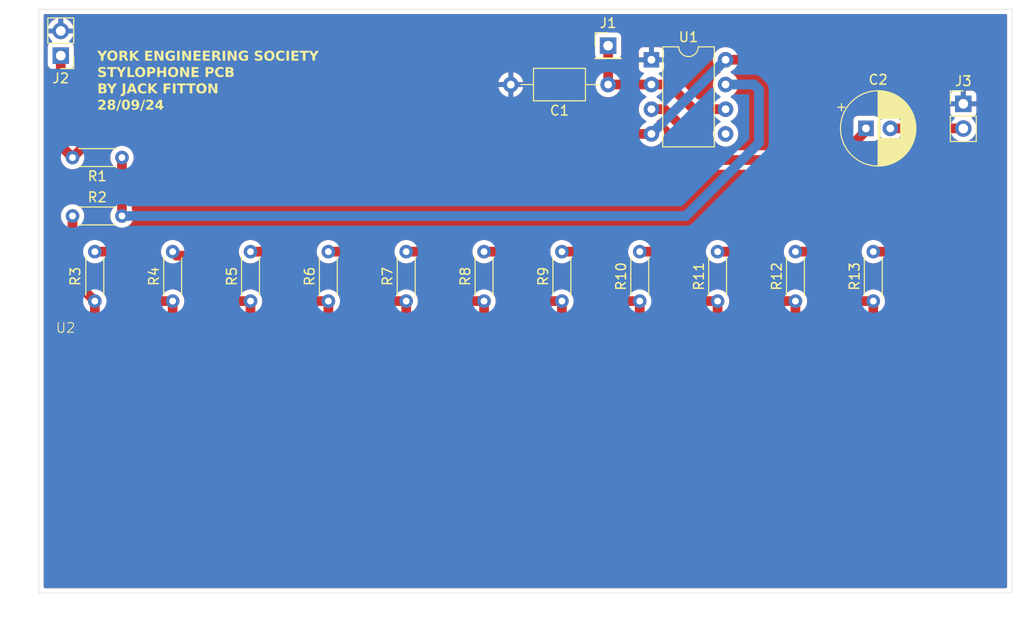
<source format=kicad_pcb>
(kicad_pcb (version 20240108) (generator "pcbnew") (generator_version "8.0")
  (layers (0 "F.Cu" signal) (31 "B.Cu" signal) (34 "B.Paste" user) (35 "F.Paste" user) (36 "B.SilkS" user "B.Silkscreen") (37 "F.SilkS" user "F.Silkscreen") (38 "B.Mask" user) (39 "F.Mask" user) (44 "Edge.Cuts" user))
  (net 0 "")
  (net 1 "STYLUS")
  (net 2 "GND")
  (net 4 "/555_Q")
  (net 5 "/555_DIS")
  (net 6 "/SPKR+")
  (net 7 "+9V")
  (net 8 "/KEY_1")
  (net 9 "/KEY_2")
  (net 10 "/KEY_3")
  (net 11 "/KEY_4")
  (net 12 "/KEY_5")
  (net 13 "/KEY_6")
  (net 14 "/KEY_7")
  (net 15 "/KEY_8")
  (net 16 "/KEY_9")
  (net 17 "/KEY_10")
  (net 18 "/KEY_11")
  (footprint "Resistor_THT:R_Axial_DIN0204_L3.6mm_D1.6mm_P5.08mm_Horizontal" (layer "F.Cu") (at 169.75 100 90)
    (property "Reference" "R11" (at 2.54 -1.92 90) (layer "F.SilkS"))
    (property "Value" "650")
    (fp_line (start 0.62 -0.92) (end 4.46 -0.92) (stroke (width 0.12)) (layer "F.SilkS"))
    (fp_line (start 0.62 0.92) (end 4.46 0.92) (stroke (width 0.12)) (layer "F.SilkS"))
    (pad "1" thru_hole circle (at 0 0 90) (size 1.4 1.4) (drill 0.7) (layers "*.Cu" "*.Mask") (net 16 "/KEY_9"))
    (pad "2" thru_hole oval (at 5.08 0 90) (size 1.4 1.4) (drill 0.7) (layers "*.Cu" "*.Mask") (net 17 "/KEY_10"))
  )
  (footprint "Resistor_THT:R_Axial_DIN0204_L3.6mm_D1.6mm_P5.08mm_Horizontal" (layer "F.Cu") (at 177.75 100 90)
    (property "Reference" "R12" (at 2.54 -1.92 90) (layer "F.SilkS"))
    (property "Value" "690")
    (fp_line (start 0.62 -0.92) (end 4.46 -0.92) (stroke (width 0.12)) (layer "F.SilkS"))
    (fp_line (start 0.62 0.92) (end 4.46 0.92) (stroke (width 0.12)) (layer "F.SilkS"))
    (pad "1" thru_hole circle (at 0 0 90) (size 1.4 1.4) (drill 0.7) (layers "*.Cu" "*.Mask") (net 17 "/KEY_10"))
    (pad "2" thru_hole oval (at 5.08 0 90) (size 1.4 1.4) (drill 0.7) (layers "*.Cu" "*.Mask") (net 18 "/KEY_11"))
  )
  (footprint "Resistor_THT:R_Axial_DIN0204_L3.6mm_D1.6mm_P5.08mm_Horizontal" (layer "F.Cu") (at 108.54 85.25 180)
    (property "Reference" "R1" (at 2.54 -1.92 360) (layer "F.SilkS"))
    (property "Value" "10K")
    (fp_line (start 0.62 0.92) (end 4.46 0.92) (stroke (width 0.12)) (layer "F.SilkS"))
    (fp_line (start 0.62 -0.92) (end 4.46 -0.92) (stroke (width 0.12)) (layer "F.SilkS"))
    (pad "1" thru_hole circle (at 0 0 180) (size 1.4 1.4) (drill 0.7) (layers "*.Cu" "*.Mask") (net 5 "/555_DIS"))
    (pad "2" thru_hole oval (at 5.08 0 180) (size 1.4 1.4) (drill 0.7) (layers "*.Cu" "*.Mask") (net 7 "+9V"))
  )
  (footprint "Resistor_THT:R_Axial_DIN0204_L3.6mm_D1.6mm_P5.08mm_Horizontal" (layer "F.Cu") (at 129.75 100 90)
    (property "Reference" "R6" (at 2.54 -1.92 90) (layer "F.SilkS"))
    (property "Value" "482")
    (fp_line (start 0.62 -0.92) (end 4.46 -0.92) (stroke (width 0.12)) (layer "F.SilkS"))
    (fp_line (start 0.62 0.92) (end 4.46 0.92) (stroke (width 0.12)) (layer "F.SilkS"))
    (pad "1" thru_hole circle (at 0 0 90) (size 1.4 1.4) (drill 0.7) (layers "*.Cu" "*.Mask") (net 11 "/KEY_4"))
    (pad "2" thru_hole oval (at 5.08 0 90) (size 1.4 1.4) (drill 0.7) (layers "*.Cu" "*.Mask") (net 12 "/KEY_5"))
  )
  (footprint "Connector_PinHeader_2.54mm:PinHeader_1x02_P2.54mm_Vertical" (layer "F.Cu") (at 102.25 74.775 180)
    (property "Reference" "J2" (at 0 -2.33 360) (layer "F.SilkS"))
    (property "Value" "Conn_01x02_Pin")
    (fp_line (start 1.33 1.27) (end 1.33 3.87) (stroke (width 0.12)) (layer "F.SilkS"))
    (fp_line (start -1.33 3.87) (end 1.33 3.87) (stroke (width 0.12)) (layer "F.SilkS"))
    (fp_line (start -1.33 1.27) (end 1.33 1.27) (stroke (width 0.12)) (layer "F.SilkS"))
    (fp_line (start -1.33 1.27) (end -1.33 3.87) (stroke (width 0.12)) (layer "F.SilkS"))
    (fp_line (start -1.33 0) (end -1.33 -1.33) (stroke (width 0.12)) (layer "F.SilkS"))
    (fp_line (start -1.33 -1.33) (end 0 -1.33) (stroke (width 0.12)) (layer "F.SilkS"))
    (pad "1" thru_hole rect (at 0 0 180) (size 1.7 1.7) (drill 1) (layers "*.Cu" "*.Mask") (net 7 "+9V"))
    (pad "2" thru_hole oval (at 0 2.54 180) (size 1.7 1.7) (drill 1) (layers "*.Cu" "*.Mask") (net 2 "GND"))
  )
  (footprint "Resistor_THT:R_Axial_DIN0204_L3.6mm_D1.6mm_P5.08mm_Horizontal" (layer "F.Cu") (at 113.75 100 90)
    (property "Reference" "R4" (at 2.54 -1.92 90) (layer "F.SilkS"))
    (property "Value" "438")
    (fp_line (start 0.62 -0.92) (end 4.46 -0.92) (stroke (width 0.12)) (layer "F.SilkS"))
    (fp_line (start 0.62 0.92) (end 4.46 0.92) (stroke (width 0.12)) (layer "F.SilkS"))
    (pad "1" thru_hole circle (at 0 0 90) (size 1.4 1.4) (drill 0.7) (layers "*.Cu" "*.Mask") (net 9 "/KEY_2"))
    (pad "2" thru_hole oval (at 5.08 0 90) (size 1.4 1.4) (drill 0.7) (layers "*.Cu" "*.Mask") (net 10 "/KEY_3"))
  )
  (footprint "Resistor_THT:R_Axial_DIN0204_L3.6mm_D1.6mm_P5.08mm_Horizontal" (layer "F.Cu") (at 145.75 100 90)
    (property "Reference" "R8" (at 2.54 -1.92 90) (layer "F.SilkS"))
    (property "Value" "546")
    (fp_line (start 0.62 -0.92) (end 4.46 -0.92) (stroke (width 0.12)) (layer "F.SilkS"))
    (fp_line (start 0.62 0.92) (end 4.46 0.92) (stroke (width 0.12)) (layer "F.SilkS"))
    (pad "1" thru_hole circle (at 0 0 90) (size 1.4 1.4) (drill 0.7) (layers "*.Cu" "*.Mask") (net 13 "/KEY_6"))
    (pad "2" thru_hole oval (at 5.08 0 90) (size 1.4 1.4) (drill 0.7) (layers "*.Cu" "*.Mask") (net 14 "/KEY_7"))
  )
  (footprint "Capacitor_THT:CP_Radial_D7.5mm_P2.50mm" (layer "F.Cu") (at 185 82.25)
    (property "Reference" "C2" (at 1.25 -5 0) (layer "F.SilkS"))
    (property "Value" "100u")
    (fp_line (start -2.892211 -2.175) (end -2.142211 -2.175) (stroke (width 0.12)) (layer "F.SilkS"))
    (fp_line (start -2.517211 -2.55) (end -2.517211 -1.8) (stroke (width 0.12)) (layer "F.SilkS"))
    (fp_line (start 1.25 -3.83) (end 1.25 3.83) (stroke (width 0.12)) (layer "F.SilkS"))
    (fp_line (start 1.29 -3.83) (end 1.29 3.83) (stroke (width 0.12)) (layer "F.SilkS"))
    (fp_line (start 1.33 -3.83) (end 1.33 3.83) (stroke (width 0.12)) (layer "F.SilkS"))
    (fp_line (start 1.37 -3.829) (end 1.37 3.829) (stroke (width 0.12)) (layer "F.SilkS"))
    (fp_line (start 1.41 -3.827) (end 1.41 3.827) (stroke (width 0.12)) (layer "F.SilkS"))
    (fp_line (start 1.45 -3.825) (end 1.45 3.825) (stroke (width 0.12)) (layer "F.SilkS"))
    (fp_line (start 1.49 -3.823) (end 1.49 -1.04) (stroke (width 0.12)) (layer "F.SilkS"))
    (fp_line (start 1.49 1.04) (end 1.49 3.823) (stroke (width 0.12)) (layer "F.SilkS"))
    (fp_line (start 1.53 -3.82) (end 1.53 -1.04) (stroke (width 0.12)) (layer "F.SilkS"))
    (fp_line (start 1.53 1.04) (end 1.53 3.82) (stroke (width 0.12)) (layer "F.SilkS"))
    (fp_line (start 1.57 -3.817) (end 1.57 -1.04) (stroke (width 0.12)) (layer "F.SilkS"))
    (fp_line (start 1.57 1.04) (end 1.57 3.817) (stroke (width 0.12)) (layer "F.SilkS"))
    (fp_line (start 1.61 -3.814) (end 1.61 -1.04) (stroke (width 0.12)) (layer "F.SilkS"))
    (fp_line (start 1.61 1.04) (end 1.61 3.814) (stroke (width 0.12)) (layer "F.SilkS"))
    (fp_line (start 1.65 -3.81) (end 1.65 -1.04) (stroke (width 0.12)) (layer "F.SilkS"))
    (fp_line (start 1.65 1.04) (end 1.65 3.81) (stroke (width 0.12)) (layer "F.SilkS"))
    (fp_line (start 1.69 -3.805) (end 1.69 -1.04) (stroke (width 0.12)) (layer "F.SilkS"))
    (fp_line (start 1.69 1.04) (end 1.69 3.805) (stroke (width 0.12)) (layer "F.SilkS"))
    (fp_line (start 1.73 -3.801) (end 1.73 -1.04) (stroke (width 0.12)) (layer "F.SilkS"))
    (fp_line (start 1.73 1.04) (end 1.73 3.801) (stroke (width 0.12)) (layer "F.SilkS"))
    (fp_line (start 1.77 -3.795) (end 1.77 -1.04) (stroke (width 0.12)) (layer "F.SilkS"))
    (fp_line (start 1.77 1.04) (end 1.77 3.795) (stroke (width 0.12)) (layer "F.SilkS"))
    (fp_line (start 1.81 -3.79) (end 1.81 -1.04) (stroke (width 0.12)) (layer "F.SilkS"))
    (fp_line (start 1.81 1.04) (end 1.81 3.79) (stroke (width 0.12)) (layer "F.SilkS"))
    (fp_line (start 1.85 -3.784) (end 1.85 -1.04) (stroke (width 0.12)) (layer "F.SilkS"))
    (fp_line (start 1.85 1.04) (end 1.85 3.784) (stroke (width 0.12)) (layer "F.SilkS"))
    (fp_line (start 1.89 -3.777) (end 1.89 -1.04) (stroke (width 0.12)) (layer "F.SilkS"))
    (fp_line (start 1.89 1.04) (end 1.89 3.777) (stroke (width 0.12)) (layer "F.SilkS"))
    (fp_line (start 1.93 -3.77) (end 1.93 -1.04) (stroke (width 0.12)) (layer "F.SilkS"))
    (fp_line (start 1.93 1.04) (end 1.93 3.77) (stroke (width 0.12)) (layer "F.SilkS"))
    (fp_line (start 1.971 -3.763) (end 1.971 -1.04) (stroke (width 0.12)) (layer "F.SilkS"))
    (fp_line (start 1.971 1.04) (end 1.971 3.763) (stroke (width 0.12)) (layer "F.SilkS"))
    (fp_line (start 2.011 -3.755) (end 2.011 -1.04) (stroke (width 0.12)) (layer "F.SilkS"))
    (fp_line (start 2.011 1.04) (end 2.011 3.755) (stroke (width 0.12)) (layer "F.SilkS"))
    (fp_line (start 2.051 -3.747) (end 2.051 -1.04) (stroke (width 0.12)) (layer "F.SilkS"))
    (fp_line (start 2.051 1.04) (end 2.051 3.747) (stroke (width 0.12)) (layer "F.SilkS"))
    (fp_line (start 2.091 -3.738) (end 2.091 -1.04) (stroke (width 0.12)) (layer "F.SilkS"))
    (fp_line (start 2.091 1.04) (end 2.091 3.738) (stroke (width 0.12)) (layer "F.SilkS"))
    (fp_line (start 2.131 -3.729) (end 2.131 -1.04) (stroke (width 0.12)) (layer "F.SilkS"))
    (fp_line (start 2.131 1.04) (end 2.131 3.729) (stroke (width 0.12)) (layer "F.SilkS"))
    (fp_line (start 2.171 -3.72) (end 2.171 -1.04) (stroke (width 0.12)) (layer "F.SilkS"))
    (fp_line (start 2.171 1.04) (end 2.171 3.72) (stroke (width 0.12)) (layer "F.SilkS"))
    (fp_line (start 2.211 -3.71) (end 2.211 -1.04) (stroke (width 0.12)) (layer "F.SilkS"))
    (fp_line (start 2.211 1.04) (end 2.211 3.71) (stroke (width 0.12)) (layer "F.SilkS"))
    (fp_line (start 2.251 -3.699) (end 2.251 -1.04) (stroke (width 0.12)) (layer "F.SilkS"))
    (fp_line (start 2.251 1.04) (end 2.251 3.699) (stroke (width 0.12)) (layer "F.SilkS"))
    (fp_line (start 2.291 -3.688) (end 2.291 -1.04) (stroke (width 0.12)) (layer "F.SilkS"))
    (fp_line (start 2.291 1.04) (end 2.291 3.688) (stroke (width 0.12)) (layer "F.SilkS"))
    (fp_line (start 2.331 -3.677) (end 2.331 -1.04) (stroke (width 0.12)) (layer "F.SilkS"))
    (fp_line (start 2.331 1.04) (end 2.331 3.677) (stroke (width 0.12)) (layer "F.SilkS"))
    (fp_line (start 2.371 -3.665) (end 2.371 -1.04) (stroke (width 0.12)) (layer "F.SilkS"))
    (fp_line (start 2.371 1.04) (end 2.371 3.665) (stroke (width 0.12)) (layer "F.SilkS"))
    (fp_line (start 2.411 -3.653) (end 2.411 -1.04) (stroke (width 0.12)) (layer "F.SilkS"))
    (fp_line (start 2.411 1.04) (end 2.411 3.653) (stroke (width 0.12)) (layer "F.SilkS"))
    (fp_line (start 2.451 -3.64) (end 2.451 -1.04) (stroke (width 0.12)) (layer "F.SilkS"))
    (fp_line (start 2.451 1.04) (end 2.451 3.64) (stroke (width 0.12)) (layer "F.SilkS"))
    (fp_line (start 2.491 -3.626) (end 2.491 -1.04) (stroke (width 0.12)) (layer "F.SilkS"))
    (fp_line (start 2.491 1.04) (end 2.491 3.626) (stroke (width 0.12)) (layer "F.SilkS"))
    (fp_line (start 2.531 -3.613) (end 2.531 -1.04) (stroke (width 0.12)) (layer "F.SilkS"))
    (fp_line (start 2.531 1.04) (end 2.531 3.613) (stroke (width 0.12)) (layer "F.SilkS"))
    (fp_line (start 2.571 -3.598) (end 2.571 -1.04) (stroke (width 0.12)) (layer "F.SilkS"))
    (fp_line (start 2.571 1.04) (end 2.571 3.598) (stroke (width 0.12)) (layer "F.SilkS"))
    (fp_line (start 2.611 -3.584) (end 2.611 -1.04) (stroke (width 0.12)) (layer "F.SilkS"))
    (fp_line (start 2.611 1.04) (end 2.611 3.584) (stroke (width 0.12)) (layer "F.SilkS"))
    (fp_line (start 2.651 -3.568) (end 2.651 -1.04) (stroke (width 0.12)) (layer "F.SilkS"))
    (fp_line (start 2.651 1.04) (end 2.651 3.568) (stroke (width 0.12)) (layer "F.SilkS"))
    (fp_line (start 2.691 -3.553) (end 2.691 -1.04) (stroke (width 0.12)) (layer "F.SilkS"))
    (fp_line (start 2.691 1.04) (end 2.691 3.553) (stroke (width 0.12)) (layer "F.SilkS"))
    (fp_line (start 2.731 -3.536) (end 2.731 -1.04) (stroke (width 0.12)) (layer "F.SilkS"))
    (fp_line (start 2.731 1.04) (end 2.731 3.536) (stroke (width 0.12)) (layer "F.SilkS"))
    (fp_line (start 2.771 -3.52) (end 2.771 -1.04) (stroke (width 0.12)) (layer "F.SilkS"))
    (fp_line (start 2.771 1.04) (end 2.771 3.52) (stroke (width 0.12)) (layer "F.SilkS"))
    (fp_line (start 2.811 -3.502) (end 2.811 -1.04) (stroke (width 0.12)) (layer "F.SilkS"))
    (fp_line (start 2.811 1.04) (end 2.811 3.502) (stroke (width 0.12)) (layer "F.SilkS"))
    (fp_line (start 2.851 -3.484) (end 2.851 -1.04) (stroke (width 0.12)) (layer "F.SilkS"))
    (fp_line (start 2.851 1.04) (end 2.851 3.484) (stroke (width 0.12)) (layer "F.SilkS"))
    (fp_line (start 2.891 -3.466) (end 2.891 -1.04) (stroke (width 0.12)) (layer "F.SilkS"))
    (fp_line (start 2.891 1.04) (end 2.891 3.466) (stroke (width 0.12)) (layer "F.SilkS"))
    (fp_line (start 2.931 -3.447) (end 2.931 -1.04) (stroke (width 0.12)) (layer "F.SilkS"))
    (fp_line (start 2.931 1.04) (end 2.931 3.447) (stroke (width 0.12)) (layer "F.SilkS"))
    (fp_line (start 2.971 -3.427) (end 2.971 -1.04) (stroke (width 0.12)) (layer "F.SilkS"))
    (fp_line (start 2.971 1.04) (end 2.971 3.427) (stroke (width 0.12)) (layer "F.SilkS"))
    (fp_line (start 3.011 -3.407) (end 3.011 -1.04) (stroke (width 0.12)) (layer "F.SilkS"))
    (fp_line (start 3.011 1.04) (end 3.011 3.407) (stroke (width 0.12)) (layer "F.SilkS"))
    (fp_line (start 3.051 -3.386) (end 3.051 -1.04) (stroke (width 0.12)) (layer "F.SilkS"))
    (fp_line (start 3.051 1.04) (end 3.051 3.386) (stroke (width 0.12)) (layer "F.SilkS"))
    (fp_line (start 3.091 -3.365) (end 3.091 -1.04) (stroke (width 0.12)) (layer "F.SilkS"))
    (fp_line (start 3.091 1.04) (end 3.091 3.365) (stroke (width 0.12)) (layer "F.SilkS"))
    (fp_line (start 3.131 -3.343) (end 3.131 -1.04) (stroke (width 0.12)) (layer "F.SilkS"))
    (fp_line (start 3.131 1.04) (end 3.131 3.343) (stroke (width 0.12)) (layer "F.SilkS"))
    (fp_line (start 3.171 -3.321) (end 3.171 -1.04) (stroke (width 0.12)) (layer "F.SilkS"))
    (fp_line (start 3.171 1.04) (end 3.171 3.321) (stroke (width 0.12)) (layer "F.SilkS"))
    (fp_line (start 3.211 -3.297) (end 3.211 -1.04) (stroke (width 0.12)) (layer "F.SilkS"))
    (fp_line (start 3.211 1.04) (end 3.211 3.297) (stroke (width 0.12)) (layer "F.SilkS"))
    (fp_line (start 3.251 -3.274) (end 3.251 -1.04) (stroke (width 0.12)) (layer "F.SilkS"))
    (fp_line (start 3.251 1.04) (end 3.251 3.274) (stroke (width 0.12)) (layer "F.SilkS"))
    (fp_line (start 3.291 -3.249) (end 3.291 -1.04) (stroke (width 0.12)) (layer "F.SilkS"))
    (fp_line (start 3.291 1.04) (end 3.291 3.249) (stroke (width 0.12)) (layer "F.SilkS"))
    (fp_line (start 3.331 -3.224) (end 3.331 -1.04) (stroke (width 0.12)) (layer "F.SilkS"))
    (fp_line (start 3.331 1.04) (end 3.331 3.224) (stroke (width 0.12)) (layer "F.SilkS"))
    (fp_line (start 3.371 -3.198) (end 3.371 -1.04) (stroke (width 0.12)) (layer "F.SilkS"))
    (fp_line (start 3.371 1.04) (end 3.371 3.198) (stroke (width 0.12)) (layer "F.SilkS"))
    (fp_line (start 3.411 -3.172) (end 3.411 -1.04) (stroke (width 0.12)) (layer "F.SilkS"))
    (fp_line (start 3.411 1.04) (end 3.411 3.172) (stroke (width 0.12)) (layer "F.SilkS"))
    (fp_line (start 3.451 -3.144) (end 3.451 -1.04) (stroke (width 0.12)) (layer "F.SilkS"))
    (fp_line (start 3.451 1.04) (end 3.451 3.144) (stroke (width 0.12)) (layer "F.SilkS"))
    (fp_line (start 3.491 -3.116) (end 3.491 -1.04) (stroke (width 0.12)) (layer "F.SilkS"))
    (fp_line (start 3.491 1.04) (end 3.491 3.116) (stroke (width 0.12)) (layer "F.SilkS"))
    (fp_line (start 3.531 -3.088) (end 3.531 -1.04) (stroke (width 0.12)) (layer "F.SilkS"))
    (fp_line (start 3.531 1.04) (end 3.531 3.088) (stroke (width 0.12)) (layer "F.SilkS"))
    (fp_line (start 3.571 -3.058) (end 3.571 3.058) (stroke (width 0.12)) (layer "F.SilkS"))
    (fp_line (start 3.611 -3.028) (end 3.611 3.028) (stroke (width 0.12)) (layer "F.SilkS"))
    (fp_line (start 3.651 -2.996) (end 3.651 2.996) (stroke (width 0.12)) (layer "F.SilkS"))
    (fp_line (start 3.691 -2.964) (end 3.691 2.964) (stroke (width 0.12)) (layer "F.SilkS"))
    (fp_line (start 3.731 -2.931) (end 3.731 2.931) (stroke (width 0.12)) (layer "F.SilkS"))
    (fp_line (start 3.771 -2.898) (end 3.771 2.898) (stroke (width 0.12)) (layer "F.SilkS"))
    (fp_line (start 3.811 -2.863) (end 3.811 2.863) (stroke (width 0.12)) (layer "F.SilkS"))
    (fp_line (start 3.851 -2.827) (end 3.851 2.827) (stroke (width 0.12)) (layer "F.SilkS"))
    (fp_line (start 3.891 -2.79) (end 3.891 2.79) (stroke (width 0.12)) (layer "F.SilkS"))
    (fp_line (start 3.931 -2.752) (end 3.931 2.752) (stroke (width 0.12)) (layer "F.SilkS"))
    (fp_line (start 3.971 -2.713) (end 3.971 2.713) (stroke (width 0.12)) (layer "F.SilkS"))
    (fp_line (start 4.011 -2.673) (end 4.011 2.673) (stroke (width 0.12)) (layer "F.SilkS"))
    (fp_line (start 4.051 -2.632) (end 4.051 2.632) (stroke (width 0.12)) (layer "F.SilkS"))
    (fp_line (start 4.091 -2.589) (end 4.091 2.589) (stroke (width 0.12)) (layer "F.SilkS"))
    (fp_line (start 4.131 -2.546) (end 4.131 2.546) (stroke (width 0.12)) (layer "F.SilkS"))
    (fp_line (start 4.171 -2.5) (end 4.171 2.5) (stroke (width 0.12)) (layer "F.SilkS"))
    (fp_line (start 4.211 -2.454) (end 4.211 2.454) (stroke (width 0.12)) (layer "F.SilkS"))
    (fp_line (start 4.251 -2.405) (end 4.251 2.405) (stroke (width 0.12)) (layer "F.SilkS"))
    (fp_line (start 4.291 -2.355) (end 4.291 2.355) (stroke (width 0.12)) (layer "F.SilkS"))
    (fp_line (start 4.331 -2.304) (end 4.331 2.304) (stroke (width 0.12)) (layer "F.SilkS"))
    (fp_line (start 4.371 -2.25) (end 4.371 2.25) (stroke (width 0.12)) (layer "F.SilkS"))
    (fp_line (start 4.411 -2.195) (end 4.411 2.195) (stroke (width 0.12)) (layer "F.SilkS"))
    (fp_line (start 4.451 -2.137) (end 4.451 2.137) (stroke (width 0.12)) (layer "F.SilkS"))
    (fp_line (start 4.491 -2.077) (end 4.491 2.077) (stroke (width 0.12)) (layer "F.SilkS"))
    (fp_line (start 4.531 -2.014) (end 4.531 2.014) (stroke (width 0.12)) (layer "F.SilkS"))
    (fp_line (start 4.571 -1.949) (end 4.571 1.949) (stroke (width 0.12)) (layer "F.SilkS"))
    (fp_line (start 4.611 -1.881) (end 4.611 1.881) (stroke (width 0.12)) (layer "F.SilkS"))
    (fp_line (start 4.651 -1.809) (end 4.651 1.809) (stroke (width 0.12)) (layer "F.SilkS"))
    (fp_line (start 4.691 -1.733) (end 4.691 1.733) (stroke (width 0.12)) (layer "F.SilkS"))
    (fp_line (start 4.731 -1.654) (end 4.731 1.654) (stroke (width 0.12)) (layer "F.SilkS"))
    (fp_line (start 4.771 -1.569) (end 4.771 1.569) (stroke (width 0.12)) (layer "F.SilkS"))
    (fp_line (start 4.811 -1.478) (end 4.811 1.478) (stroke (width 0.12)) (layer "F.SilkS"))
    (fp_line (start 4.851 -1.381) (end 4.851 1.381) (stroke (width 0.12)) (layer "F.SilkS"))
    (fp_line (start 4.891 -1.275) (end 4.891 1.275) (stroke (width 0.12)) (layer "F.SilkS"))
    (fp_line (start 4.931 -1.158) (end 4.931 1.158) (stroke (width 0.12)) (layer "F.SilkS"))
    (fp_line (start 4.971 -1.028) (end 4.971 1.028) (stroke (width 0.12)) (layer "F.SilkS"))
    (fp_line (start 5.011 -0.877) (end 5.011 0.877) (stroke (width 0.12)) (layer "F.SilkS"))
    (fp_line (start 5.051 -0.693) (end 5.051 0.693) (stroke (width 0.12)) (layer "F.SilkS"))
    (fp_line (start 5.091 -0.441) (end 5.091 0.441) (stroke (width 0.12)) (layer "F.SilkS"))
    (fp_circle (center 1.25 0) (end 5.12 0) (stroke (width 0.12)) (fill none) (layer "F.SilkS"))
    (pad "1" thru_hole rect (at 0 0) (size 1.6 1.6) (drill 0.8) (layers "*.Cu" "*.Mask") (net 4 "/555_Q"))
    (pad "2" thru_hole circle (at 2.5 0) (size 1.6 1.6) (drill 0.8) (layers "*.Cu" "*.Mask") (net 6 "/SPKR+"))
  )
  (footprint "Resistor_THT:R_Axial_DIN0204_L3.6mm_D1.6mm_P5.08mm_Horizontal" (layer "F.Cu") (at 103.46 91.25)
    (property "Reference" "R2" (at 2.54 -1.92 360) (layer "F.SilkS"))
    (property "Value" "1876")
    (fp_line (start 0.62 -0.92) (end 4.46 -0.92) (stroke (width 0.12)) (layer "F.SilkS"))
    (fp_line (start 0.62 0.92) (end 4.46 0.92) (stroke (width 0.12)) (layer "F.SilkS"))
    (pad "1" thru_hole circle (at 0 0) (size 1.4 1.4) (drill 0.7) (layers "*.Cu" "*.Mask") (net 8 "/KEY_1"))
    (pad "2" thru_hole oval (at 5.08 0) (size 1.4 1.4) (drill 0.7) (layers "*.Cu" "*.Mask") (net 5 "/555_DIS"))
  )
  (footprint "Keyboard:12 Key Keyboard Fancy" (layer "F.Cu") (at 149.75 116.25)
    (property "Reference" "U2" (at -47 -13.5 0) (layer "F.SilkS") (effects (font (thickness 0.1))))
    (property "Value" "~")
    (pad "1" smd custom (at -44 -9) (size 5 5) (layers "F.Cu" "F.Paste" "F.Mask") (net 8 "/KEY_1") (options (clearance outline) (anchor circle)) (primitives (gr_poly (pts (xy -3.5 -1.25) (xy -3.48461 -1.445543) (xy -3.429854 -1.662849) (xy -3.337176 -1.866885) (xy -3.209556 -2.051095) (xy -3.051095 -2.209556) (xy -2.866885 -2.337176) (xy -2.662849 -2.429854) (xy -2.445543 -2.48461) (xy -2.25 -2.5) (xy 2.25 -2.5) (xy 2.445543 -2.48461) (xy 2.662849 -2.429854) (xy 2.866885 -2.337176) (xy 3.051095 -2.209556) (xy 3.209556 -2.051095) (xy 3.337176 -1.866885) (xy 3.429854 -1.662849) (xy 3.48461 -1.445543) (xy 3.5 -1.25) (xy 3.5 1.25) (xy 3.48461 1.445543) (xy 3.429854 1.662849) (xy 3.337176 1.866885) (xy 3.209556 2.051095) (xy 3.051095 2.209556) (xy 2.866885 2.337176) (xy 2.662849 2.429854) (xy 2.445543 2.48461) (xy 2.25 2.5) (xy -2.25 2.5) (xy -2.445543 2.48461) (xy -2.662849 2.429854) (xy -2.866885 2.337176) (xy -3.051095 2.209556) (xy -3.209556 2.051095) (xy -3.337176 1.866885) (xy -3.429854 1.662849) (xy -3.48461 1.445543) (xy -3.5 1.25)) (width 0) (fill yes)) (gr_poly (pts (xy 7.5 12) (xy 3.5 9) (xy 3.5 -2.5) (xy -3.5 -2.5) (xy -3.5 21) (xy 7.5 21)) (width 0.1) (fill yes))))
    (pad "2" smd custom (at -36 -9) (size 5 5) (layers "F.Cu" "F.Paste" "F.Mask") (net 9 "/KEY_2") (options (clearance outline) (anchor circle)) (primitives (gr_poly (pts (xy -3.5 -1.25) (xy -3.48461 -1.445543) (xy -3.429854 -1.662849) (xy -3.337176 -1.866885) (xy -3.209556 -2.051095) (xy -3.051095 -2.209556) (xy -2.866885 -2.337176) (xy -2.662849 -2.429854) (xy -2.445543 -2.48461) (xy -2.25 -2.5) (xy 2.25 -2.5) (xy 2.445543 -2.48461) (xy 2.662849 -2.429854) (xy 2.866885 -2.337176) (xy 3.051095 -2.209556) (xy 3.209556 -2.051095) (xy 3.337176 -1.866885) (xy 3.429854 -1.662849) (xy 3.48461 -1.445543) (xy 3.5 -1.25) (xy 3.5 1.25) (xy 3.48461 1.445543) (xy 3.429854 1.662849) (xy 3.337176 1.866885) (xy 3.209556 2.051095) (xy 3.051095 2.209556) (xy 2.866885 2.337176) (xy 2.662849 2.429854) (xy 2.445543 2.48461) (xy 2.25 2.5) (xy -2.25 2.5) (xy -2.445543 2.48461) (xy -2.662849 2.429854) (xy -2.866885 2.337176) (xy -3.051095 2.209556) (xy -3.209556 2.051095) (xy -3.337176 1.866885) (xy -3.429854 1.662849) (xy -3.48461 1.445543) (xy -3.5 1.25)) (width 0) (fill yes)) (gr_poly (pts (xy -3.5 -2.5) (xy -3.5 9) (xy 0 11.5) (xy 3.5 9) (xy 3.5 -2.5)) (width 0.1) (fill yes))))
    (pad "3" smd custom (at -28 -9) (size 5 5) (layers "F.Cu" "F.Paste" "F.Mask") (net 10 "/KEY_3") (options (clearance outline) (anchor circle)) (primitives (gr_poly (pts (xy -3.5 -1.25) (xy -3.48461 -1.445543) (xy -3.429854 -1.662849) (xy -3.337176 -1.866885) (xy -3.209556 -2.051095) (xy -3.051095 -2.209556) (xy -2.866885 -2.337176) (xy -2.662849 -2.429854) (xy -2.445543 -2.48461) (xy -2.25 -2.5) (xy 2.25 -2.5) (xy 2.445543 -2.48461) (xy 2.662849 -2.429854) (xy 2.866885 -2.337176) (xy 3.051095 -2.209556) (xy 3.209556 -2.051095) (xy 3.337176 -1.866885) (xy 3.429854 -1.662849) (xy 3.48461 -1.445543) (xy 3.5 -1.25) (xy 3.5 1.25) (xy 3.48461 1.445543) (xy 3.429854 1.662849) (xy 3.337176 1.866885) (xy 3.209556 2.051095) (xy 3.051095 2.209556) (xy 2.866885 2.337176) (xy 2.662849 2.429854) (xy 2.445543 2.48461) (xy 2.25 2.5) (xy -2.25 2.5) (xy -2.445543 2.48461) (xy -2.662849 2.429854) (xy -2.866885 2.337176) (xy -3.051095 2.209556) (xy -3.209556 2.051095) (xy -3.337176 1.866885) (xy -3.429854 1.662849) (xy -3.48461 1.445543) (xy -3.5 1.25)) (width 0) (fill yes)) (gr_poly (pts (xy -7.5 12) (xy -3.5 9) (xy -3.5 -2.5) (xy 3.5 -2.5) (xy 3.5 21) (xy -7.5 21)) (width 0.1) (fill yes))))
    (pad "4" smd custom (at -20 -9) (size 5 5) (layers "F.Cu" "F.Paste" "F.Mask") (net 11 "/KEY_4") (options (clearance outline) (anchor circle)) (primitives (gr_poly (pts (xy -3.5 -1.25) (xy -3.48461 -1.445543) (xy -3.429854 -1.662849) (xy -3.337176 -1.866885) (xy -3.209556 -2.051095) (xy -3.051095 -2.209556) (xy -2.866885 -2.337176) (xy -2.662849 -2.429854) (xy -2.445543 -2.48461) (xy -2.25 -2.5) (xy 2.25 -2.5) (xy 2.445543 -2.48461) (xy 2.662849 -2.429854) (xy 2.866885 -2.337176) (xy 3.051095 -2.209556) (xy 3.209556 -2.051095) (xy 3.337176 -1.866885) (xy 3.429854 -1.662849) (xy 3.48461 -1.445543) (xy 3.5 -1.25) (xy 3.5 1.25) (xy 3.48461 1.445543) (xy 3.429854 1.662849) (xy 3.337176 1.866885) (xy 3.209556 2.051095) (xy 3.051095 2.209556) (xy 2.866885 2.337176) (xy 2.662849 2.429854) (xy 2.445543 2.48461) (xy 2.25 2.5) (xy -2.25 2.5) (xy -2.445543 2.48461) (xy -2.662849 2.429854) (xy -2.866885 2.337176) (xy -3.051095 2.209556) (xy -3.209556 2.051095) (xy -3.337176 1.866885) (xy -3.429854 1.662849) (xy -3.48461 1.445543) (xy -3.5 1.25)) (width 0) (fill yes)) (gr_poly (pts (xy 7.5 12) (xy 3.5 9) (xy 3.5 -2.5) (xy -3.5 -2.5) (xy -3.5 21) (xy 7.5 21)) (width 0.1) (fill yes))))
    (pad "5" smd custom (at -12 -9) (size 5 5) (layers "F.Cu" "F.Paste" "F.Mask") (net 12 "/KEY_5") (options (clearance outline) (anchor circle)) (primitives (gr_poly (pts (xy -3.5 -1.25) (xy -3.48461 -1.445543) (xy -3.429854 -1.662849) (xy -3.337176 -1.866885) (xy -3.209556 -2.051095) (xy -3.051095 -2.209556) (xy -2.866885 -2.337176) (xy -2.662849 -2.429854) (xy -2.445543 -2.48461) (xy -2.25 -2.5) (xy 2.25 -2.5) (xy 2.445543 -2.48461) (xy 2.662849 -2.429854) (xy 2.866885 -2.337176) (xy 3.051095 -2.209556) (xy 3.209556 -2.051095) (xy 3.337176 -1.866885) (xy 3.429854 -1.662849) (xy 3.48461 -1.445543) (xy 3.5 -1.25) (xy 3.5 1.25) (xy 3.48461 1.445543) (xy 3.429854 1.662849) (xy 3.337176 1.866885) (xy 3.209556 2.051095) (xy 3.051095 2.209556) (xy 2.866885 2.337176) (xy 2.662849 2.429854) (xy 2.445543 2.48461) (xy 2.25 2.5) (xy -2.25 2.5) (xy -2.445543 2.48461) (xy -2.662849 2.429854) (xy -2.866885 2.337176) (xy -3.051095 2.209556) (xy -3.209556 2.051095) (xy -3.337176 1.866885) (xy -3.429854 1.662849) (xy -3.48461 1.445543) (xy -3.5 1.25)) (width 0) (fill yes)) (gr_poly (pts (xy -3.5 -2.5) (xy -3.5 9) (xy 0 11.5) (xy 3.5 9) (xy 3.5 -2.5)) (width 0.1) (fill yes))))
    (pad "6" smd custom (at -4 -9) (size 5 5) (layers "F.Cu" "F.Paste" "F.Mask") (net 13 "/KEY_6") (options (clearance outline) (anchor circle)) (primitives (gr_poly (pts (xy -3.5 -1.25) (xy -3.48461 -1.445543) (xy -3.429854 -1.662849) (xy -3.337176 -1.866885) (xy -3.209556 -2.051095) (xy -3.051095 -2.209556) (xy -2.866885 -2.337176) (xy -2.662849 -2.429854) (xy -2.445543 -2.48461) (xy -2.25 -2.5) (xy 2.25 -2.5) (xy 2.445543 -2.48461) (xy 2.662849 -2.429854) (xy 2.866885 -2.337176) (xy 3.051095 -2.209556) (xy 3.209556 -2.051095) (xy 3.337176 -1.866885) (xy 3.429854 -1.662849) (xy 3.48461 -1.445543) (xy 3.5 -1.25) (xy 3.5 1.25) (xy 3.48461 1.445543) (xy 3.429854 1.662849) (xy 3.337176 1.866885) (xy 3.209556 2.051095) (xy 3.051095 2.209556) (xy 2.866885 2.337176) (xy 2.662849 2.429854) (xy 2.445543 2.48461) (xy 2.25 2.5) (xy -2.25 2.5) (xy -2.445543 2.48461) (xy -2.662849 2.429854) (xy -2.866885 2.337176) (xy -3.051095 2.209556) (xy -3.209556 2.051095) (xy -3.337176 1.866885) (xy -3.429854 1.662849) (xy -3.48461 1.445543) (xy -3.5 1.25)) (width 0) (fill yes)) (gr_poly (pts (xy -7.5 12) (xy -3.5 9) (xy -3.5 -2.5) (xy 3.5 -2.5) (xy 3.5 21) (xy -7.5 21)) (width 0.1) (fill yes))))
    (pad "7" smd custom (at 4 -9) (size 5 5) (layers "F.Cu" "F.Paste" "F.Mask") (net 14 "/KEY_7") (options (clearance outline) (anchor circle)) (primitives (gr_poly (pts (xy -3.5 -1.25) (xy -3.48461 -1.445543) (xy -3.429854 -1.662849) (xy -3.337176 -1.866885) (xy -3.209556 -2.051095) (xy -3.051095 -2.209556) (xy -2.866885 -2.337176) (xy -2.662849 -2.429854) (xy -2.445543 -2.48461) (xy -2.25 -2.5) (xy 2.25 -2.5) (xy 2.445543 -2.48461) (xy 2.662849 -2.429854) (xy 2.866885 -2.337176) (xy 3.051095 -2.209556) (xy 3.209556 -2.051095) (xy 3.337176 -1.866885) (xy 3.429854 -1.662849) (xy 3.48461 -1.445543) (xy 3.5 -1.25) (xy 3.5 1.25) (xy 3.48461 1.445543) (xy 3.429854 1.662849) (xy 3.337176 1.866885) (xy 3.209556 2.051095) (xy 3.051095 2.209556) (xy 2.866885 2.337176) (xy 2.662849 2.429854) (xy 2.445543 2.48461) (xy 2.25 2.5) (xy -2.25 2.5) (xy -2.445543 2.48461) (xy -2.662849 2.429854) (xy -2.866885 2.337176) (xy -3.051095 2.209556) (xy -3.209556 2.051095) (xy -3.337176 1.866885) (xy -3.429854 1.662849) (xy -3.48461 1.445543) (xy -3.5 1.25)) (width 0) (fill yes)) (gr_poly (pts (xy 7.5 12) (xy 3.5 9) (xy 3.5 -2.5) (xy -3.5 -2.5) (xy -3.5 21) (xy 7.5 21)) (width 0.1) (fill yes))))
    (pad "8" smd custom (at 12 -9) (size 5 5) (layers "F.Cu" "F.Paste" "F.Mask") (net 15 "/KEY_8") (options (clearance outline) (anchor circle)) (primitives (gr_poly (pts (xy -3.5 -1.25) (xy -3.48461 -1.445543) (xy -3.429854 -1.662849) (xy -3.337176 -1.866885) (xy -3.209556 -2.051095) (xy -3.051095 -2.209556) (xy -2.866885 -2.337176) (xy -2.662849 -2.429854) (xy -2.445543 -2.48461) (xy -2.25 -2.5) (xy 2.25 -2.5) (xy 2.445543 -2.48461) (xy 2.662849 -2.429854) (xy 2.866885 -2.337176) (xy 3.051095 -2.209556) (xy 3.209556 -2.051095) (xy 3.337176 -1.866885) (xy 3.429854 -1.662849) (xy 3.48461 -1.445543) (xy 3.5 -1.25) (xy 3.5 1.25) (xy 3.48461 1.445543) (xy 3.429854 1.662849) (xy 3.337176 1.866885) (xy 3.209556 2.051095) (xy 3.051095 2.209556) (xy 2.866885 2.337176) (xy 2.662849 2.429854) (xy 2.445543 2.48461) (xy 2.25 2.5) (xy -2.25 2.5) (xy -2.445543 2.48461) (xy -2.662849 2.429854) (xy -2.866885 2.337176) (xy -3.051095 2.209556) (xy -3.209556 2.051095) (xy -3.337176 1.866885) (xy -3.429854 1.662849) (xy -3.48461 1.445543) (xy -3.5 1.25)) (width 0) (fill yes)) (gr_poly (pts (xy -3.5 -2.5) (xy -3.5 9) (xy 0 11.5) (xy 3.5 9) (xy 3.5 -2.5)) (width 0.1) (fill yes))))
    (pad "9" smd custom (at 20 -9) (size 5 5) (layers "F.Cu" "F.Paste" "F.Mask") (net 16 "/KEY_9") (options (clearance outline) (anchor circle)) (primitives (gr_poly (pts (xy -3.5 -1.25) (xy -3.48461 -1.445543) (xy -3.429854 -1.662849) (xy -3.337176 -1.866885) (xy -3.209556 -2.051095) (xy -3.051095 -2.209556) (xy -2.866885 -2.337176) (xy -2.662849 -2.429854) (xy -2.445543 -2.48461) (xy -2.25 -2.5) (xy 2.25 -2.5) (xy 2.445543 -2.48461) (xy 2.662849 -2.429854) (xy 2.866885 -2.337176) (xy 3.051095 -2.209556) (xy 3.209556 -2.051095) (xy 3.337176 -1.866885) (xy 3.429854 -1.662849) (xy 3.48461 -1.445543) (xy 3.5 -1.25) (xy 3.5 1.25) (xy 3.48461 1.445543) (xy 3.429854 1.662849) (xy 3.337176 1.866885) (xy 3.209556 2.051095) (xy 3.051095 2.209556) (xy 2.866885 2.337176) (xy 2.662849 2.429854) (xy 2.445543 2.48461) (xy 2.25 2.5) (xy -2.25 2.5) (xy -2.445543 2.48461) (xy -2.662849 2.429854) (xy -2.866885 2.337176) (xy -3.051095 2.209556) (xy -3.209556 2.051095) (xy -3.337176 1.866885) (xy -3.429854 1.662849) (xy -3.48461 1.445543) (xy -3.5 1.25)) (width 0) (fill yes)) (gr_poly (pts (xy -7.5 12) (xy -3.5 9) (xy -3.5 -2.5) (xy 3.5 -2.5) (xy 3.5 21) (xy -7.5 21)) (width 0.1) (fill yes))))
    (pad "10" smd custom (at 28 -9) (size 5 5) (layers "F.Cu" "F.Paste" "F.Mask") (net 17 "/KEY_10") (options (clearance outline) (anchor circle)) (primitives (gr_poly (pts (xy -3.5 -1.25) (xy -3.48461 -1.445543) (xy -3.429854 -1.662849) (xy -3.337176 -1.866885) (xy -3.209556 -2.051095) (xy -3.051095 -2.209556) (xy -2.866885 -2.337176) (xy -2.662849 -2.429854) (xy -2.445543 -2.48461) (xy -2.25 -2.5) (xy 2.25 -2.5) (xy 2.445543 -2.48461) (xy 2.662849 -2.429854) (xy 2.866885 -2.337176) (xy 3.051095 -2.209556) (xy 3.209556 -2.051095) (xy 3.337176 -1.866885) (xy 3.429854 -1.662849) (xy 3.48461 -1.445543) (xy 3.5 -1.25) (xy 3.5 1.25) (xy 3.48461 1.445543) (xy 3.429854 1.662849) (xy 3.337176 1.866885) (xy 3.209556 2.051095) (xy 3.051095 2.209556) (xy 2.866885 2.337176) (xy 2.662849 2.429854) (xy 2.445543 2.48461) (xy 2.25 2.5) (xy -2.25 2.5) (xy -2.445543 2.48461) (xy -2.662849 2.429854) (xy -2.866885 2.337176) (xy -3.051095 2.209556) (xy -3.209556 2.051095) (xy -3.337176 1.866885) (xy -3.429854 1.662849) (xy -3.48461 1.445543) (xy -3.5 1.25)) (width 0) (fill yes)) (gr_poly (pts (xy 7.5 12) (xy 3.5 9) (xy 3.5 -2.5) (xy -3.5 -2.5) (xy -3.5 21) (xy 7.5 21)) (width 0.1) (fill yes))))
    (pad "11" smd custom (at 36 -9) (size 5 5) (layers "F.Cu" "F.Paste" "F.Mask") (net 18 "/KEY_11") (options (clearance outline) (anchor circle)) (primitives (gr_poly (pts (xy -3.5 -1.25) (xy -3.48461 -1.445543) (xy -3.429854 -1.662849) (xy -3.337176 -1.866885) (xy -3.209556 -2.051095) (xy -3.051095 -2.209556) (xy -2.866885 -2.337176) (xy -2.662849 -2.429854) (xy -2.445543 -2.48461) (xy -2.25 -2.5) (xy 2.25 -2.5) (xy 2.445543 -2.48461) (xy 2.662849 -2.429854) (xy 2.866885 -2.337176) (xy 3.051095 -2.209556) (xy 3.209556 -2.051095) (xy 3.337176 -1.866885) (xy 3.429854 -1.662849) (xy 3.48461 -1.445543) (xy 3.5 -1.25) (xy 3.5 1.25) (xy 3.48461 1.445543) (xy 3.429854 1.662849) (xy 3.337176 1.866885) (xy 3.209556 2.051095) (xy 3.051095 2.209556) (xy 2.866885 2.337176) (xy 2.662849 2.429854) (xy 2.445543 2.48461) (xy 2.25 2.5) (xy -2.25 2.5) (xy -2.445543 2.48461) (xy -2.662849 2.429854) (xy -2.866885 2.337176) (xy -3.051095 2.209556) (xy -3.209556 2.051095) (xy -3.337176 1.866885) (xy -3.429854 1.662849) (xy -3.48461 1.445543) (xy -3.5 1.25)) (width 0) (fill yes)) (gr_poly (pts (xy -3.5 -2.5) (xy -3.5 9) (xy 0 11.5) (xy 3.5 9) (xy 3.5 -2.5)) (width 0.1) (fill yes))))
    (pad "12" smd custom (at 44 -9) (size 5 5) (layers "F.Cu" "F.Paste" "F.Mask") (net 7 "+9V") (options (clearance outline) (anchor circle)) (primitives (gr_poly (pts (xy -3.5 -1.25) (xy -3.48461 -1.445543) (xy -3.429854 -1.662849) (xy -3.337176 -1.866885) (xy -3.209556 -2.051095) (xy -3.051095 -2.209556) (xy -2.866885 -2.337176) (xy -2.662849 -2.429854) (xy -2.445543 -2.48461) (xy -2.25 -2.5) (xy 2.25 -2.5) (xy 2.445543 -2.48461) (xy 2.662849 -2.429854) (xy 2.866885 -2.337176) (xy 3.051095 -2.209556) (xy 3.209556 -2.051095) (xy 3.337176 -1.866885) (xy 3.429854 -1.662849) (xy 3.48461 -1.445543) (xy 3.5 -1.25) (xy 3.5 1.25) (xy 3.48461 1.445543) (xy 3.429854 1.662849) (xy 3.337176 1.866885) (xy 3.209556 2.051095) (xy 3.051095 2.209556) (xy 2.866885 2.337176) (xy 2.662849 2.429854) (xy 2.445543 2.48461) (xy 2.25 2.5) (xy -2.25 2.5) (xy -2.445543 2.48461) (xy -2.662849 2.429854) (xy -2.866885 2.337176) (xy -3.051095 2.209556) (xy -3.209556 2.051095) (xy -3.337176 1.866885) (xy -3.429854 1.662849) (xy -3.48461 1.445543) (xy -3.5 1.25)) (width 0) (fill yes)) (gr_poly (pts (xy -7.5 12) (xy -3.5 9) (xy -3.5 -2.5) (xy 3.5 -2.5) (xy 3.5 21) (xy -7.5 21)) (width 0.1) (fill yes))))
  )
  (footprint "Resistor_THT:R_Axial_DIN0204_L3.6mm_D1.6mm_P5.08mm_Horizontal" (layer "F.Cu") (at 185.75 100 90)
    (property "Reference" "R13" (at 2.54 -1.92 90) (layer "F.SilkS"))
    (property "Value" "730")
    (fp_line (start 0.62 -0.92) (end 4.46 -0.92) (stroke (width 0.12)) (layer "F.SilkS"))
    (fp_line (start 0.62 0.92) (end 4.46 0.92) (stroke (width 0.12)) (layer "F.SilkS"))
    (pad "1" thru_hole circle (at 0 0 90) (size 1.4 1.4) (drill 0.7) (layers "*.Cu" "*.Mask") (net 18 "/KEY_11"))
    (pad "2" thru_hole oval (at 5.08 0 90) (size 1.4 1.4) (drill 0.7) (layers "*.Cu" "*.Mask") (net 7 "+9V"))
  )
  (footprint "Package_DIP:DIP-8_W7.62mm" (layer "F.Cu") (at 162.95 75.2)
    (property "Reference" "U1" (at 3.81 -2.33 0) (layer "F.SilkS"))
    (property "Value" "NE555P")
    (fp_line (start 1.16 -1.33) (end 1.16 8.95) (stroke (width 0.12)) (layer "F.SilkS"))
    (fp_line (start 1.16 8.95) (end 6.46 8.95) (stroke (width 0.12)) (layer "F.SilkS"))
    (fp_line (start 2.81 -1.33) (end 1.16 -1.33) (stroke (width 0.12)) (layer "F.SilkS"))
    (fp_line (start 6.46 -1.33) (end 4.81 -1.33) (stroke (width 0.12)) (layer "F.SilkS"))
    (fp_line (start 6.46 8.95) (end 6.46 -1.33) (stroke (width 0.12)) (layer "F.SilkS"))
    (fp_arc (start 4.81 -1.33) (mid 3.81 -0.33) (end 2.81 -1.33) (stroke (width 0.12)) (layer "F.SilkS"))
    (pad "1" thru_hole rect (at 0 0) (size 1.6 1.6) (drill 0.8) (layers "*.Cu" "*.Mask") (net 2 "GND"))
    (pad "2" thru_hole oval (at 0 2.54) (size 1.6 1.6) (drill 0.8) (layers "*.Cu" "*.Mask") (net 1 "STYLUS"))
    (pad "3" thru_hole oval (at 0 5.08) (size 1.6 1.6) (drill 0.8) (layers "*.Cu" "*.Mask") (net 4 "/555_Q"))
    (pad "4" thru_hole oval (at 0 7.62) (size 1.6 1.6) (drill 0.8) (layers "*.Cu" "*.Mask") (net 7 "+9V"))
    (pad "5" thru_hole oval (at 7.62 7.62) (size 1.6 1.6) (drill 0.8) (layers "*.Cu" "*.Mask"))
    (pad "6" thru_hole oval (at 7.62 5.08) (size 1.6 1.6) (drill 0.8) (layers "*.Cu" "*.Mask") (net 1 "STYLUS"))
    (pad "7" thru_hole oval (at 7.62 2.54) (size 1.6 1.6) (drill 0.8) (layers "*.Cu" "*.Mask") (net 5 "/555_DIS"))
    (pad "8" thru_hole oval (at 7.62 0) (size 1.6 1.6) (drill 0.8) (layers "*.Cu" "*.Mask") (net 7 "+9V"))
  )
  (footprint "Capacitor_THT:C_Axial_L5.1mm_D3.1mm_P10.00mm_Horizontal" (layer "F.Cu") (at 158.5 77.75 180)
    (property "Reference" "C1" (at 5 -2.67 360) (layer "F.SilkS"))
    (property "Value" "100n")
    (fp_line (start 8.96 0) (end 7.67 0) (stroke (width 0.12)) (layer "F.SilkS"))
    (fp_line (start 7.67 1.67) (end 7.67 -1.67) (stroke (width 0.12)) (layer "F.SilkS"))
    (fp_line (start 7.67 -1.67) (end 2.33 -1.67) (stroke (width 0.12)) (layer "F.SilkS"))
    (fp_line (start 2.33 1.67) (end 7.67 1.67) (stroke (width 0.12)) (layer "F.SilkS"))
    (fp_line (start 2.33 -1.67) (end 2.33 1.67) (stroke (width 0.12)) (layer "F.SilkS"))
    (fp_line (start 1.04 0) (end 2.33 0) (stroke (width 0.12)) (layer "F.SilkS"))
    (pad "1" thru_hole circle (at 0 0 180) (size 1.6 1.6) (drill 0.8) (layers "*.Cu" "*.Mask") (net 1 "STYLUS"))
    (pad "2" thru_hole oval (at 10 0 180) (size 1.6 1.6) (drill 0.8) (layers "*.Cu" "*.Mask") (net 2 "GND"))
  )
  (footprint "Resistor_THT:R_Axial_DIN0204_L3.6mm_D1.6mm_P5.08mm_Horizontal" (layer "F.Cu") (at 153.75 100 90)
    (property "Reference" "R9" (at 2.54 -1.92 90) (layer "F.SilkS"))
    (property "Value" "570")
    (fp_line (start 0.62 -0.92) (end 4.46 -0.92) (stroke (width 0.12)) (layer "F.SilkS"))
    (fp_line (start 0.62 0.92) (end 4.46 0.92) (stroke (width 0.12)) (layer "F.SilkS"))
    (pad "1" thru_hole circle (at 0 0 90) (size 1.4 1.4) (drill 0.7) (layers "*.Cu" "*.Mask") (net 14 "/KEY_7"))
    (pad "2" thru_hole oval (at 5.08 0 90) (size 1.4 1.4) (drill 0.7) (layers "*.Cu" "*.Mask") (net 15 "/KEY_8"))
  )
  (footprint "Connector_PinHeader_2.54mm:PinHeader_1x01_P2.54mm_Vertical" (layer "F.Cu") (at 158.5 73.75)
    (property "Reference" "J1" (at 0 -2.33 0) (layer "F.SilkS"))
    (property "Value" "Conn_01x01_Pin")
    (fp_line (start -1.33 -1.33) (end 0 -1.33) (stroke (width 0.12)) (layer "F.SilkS"))
    (fp_line (start -1.33 0) (end -1.33 -1.33) (stroke (width 0.12)) (layer "F.SilkS"))
    (fp_line (start -1.33 1.27) (end -1.33 1.33) (stroke (width 0.12)) (layer "F.SilkS"))
    (fp_line (start -1.33 1.27) (end 1.33 1.27) (stroke (width 0.12)) (layer "F.SilkS"))
    (fp_line (start -1.33 1.33) (end 1.33 1.33) (stroke (width 0.12)) (layer "F.SilkS"))
    (fp_line (start 1.33 1.27) (end 1.33 1.33) (stroke (width 0.12)) (layer "F.SilkS"))
    (pad "1" thru_hole rect (at 0 0) (size 1.7 1.7) (drill 1) (layers "*.Cu" "*.Mask") (net 1 "STYLUS"))
  )
  (footprint "Connector_PinHeader_2.54mm:PinHeader_1x02_P2.54mm_Vertical" (layer "F.Cu") (at 195 79.725)
    (property "Reference" "J3" (at 0 -2.33 0) (layer "F.SilkS"))
    (property "Value" "Conn_01x02_Pin")
    (fp_line (start -1.33 -1.33) (end 0 -1.33) (stroke (width 0.12)) (layer "F.SilkS"))
    (fp_line (start -1.33 0) (end -1.33 -1.33) (stroke (width 0.12)) (layer "F.SilkS"))
    (fp_line (start -1.33 1.27) (end -1.33 3.87) (stroke (width 0.12)) (layer "F.SilkS"))
    (fp_line (start -1.33 1.27) (end 1.33 1.27) (stroke (width 0.12)) (layer "F.SilkS"))
    (fp_line (start -1.33 3.87) (end 1.33 3.87) (stroke (width 0.12)) (layer "F.SilkS"))
    (fp_line (start 1.33 1.27) (end 1.33 3.87) (stroke (width 0.12)) (layer "F.SilkS"))
    (pad "1" thru_hole rect (at 0 0) (size 1.7 1.7) (drill 1) (layers "*.Cu" "*.Mask") (net 2 "GND"))
    (pad "2" thru_hole oval (at 0 2.54) (size 1.7 1.7) (drill 1) (layers "*.Cu" "*.Mask") (net 6 "/SPKR+"))
  )
  (footprint "Resistor_THT:R_Axial_DIN0204_L3.6mm_D1.6mm_P5.08mm_Horizontal" (layer "F.Cu") (at 105.75 94.92 -90)
    (property "Reference" "R3" (at 2.54 2 90) (layer "F.SilkS"))
    (property "Value" "411")
    (fp_line (start 0.62 0.92) (end 4.46 0.92) (stroke (width 0.12)) (layer "F.SilkS"))
    (fp_line (start 0.62 -0.92) (end 4.46 -0.92) (stroke (width 0.12)) (layer "F.SilkS"))
    (pad "1" thru_hole circle (at 0 0 270) (size 1.4 1.4) (drill 0.7) (layers "*.Cu" "*.Mask") (net 9 "/KEY_2"))
    (pad "2" thru_hole oval (at 5.08 0 270) (size 1.4 1.4) (drill 0.7) (layers "*.Cu" "*.Mask") (net 8 "/KEY_1"))
  )
  (footprint "Resistor_THT:R_Axial_DIN0204_L3.6mm_D1.6mm_P5.08mm_Horizontal" (layer "F.Cu") (at 121.75 100 90)
    (property "Reference" "R5" (at 2.54 -1.92 90) (layer "F.SilkS"))
    (property "Value" "456")
    (fp_line (start 0.62 -0.92) (end 4.46 -0.92) (stroke (width 0.12)) (layer "F.SilkS"))
    (fp_line (start 0.62 0.92) (end 4.46 0.92) (stroke (width 0.12)) (layer "F.SilkS"))
    (pad "1" thru_hole circle (at 0 0 90) (size 1.4 1.4) (drill 0.7) (layers "*.Cu" "*.Mask") (net 10 "/KEY_3"))
    (pad "2" thru_hole oval (at 5.08 0 90) (size 1.4 1.4) (drill 0.7) (layers "*.Cu" "*.Mask") (net 11 "/KEY_4"))
  )
  (footprint "Resistor_THT:R_Axial_DIN0204_L3.6mm_D1.6mm_P5.08mm_Horizontal" (layer "F.Cu") (at 137.75 100 90)
    (property "Reference" "R7" (at 2.54 -1.92 90) (layer "F.SilkS"))
    (property "Value" "520")
    (fp_line (start 0.62 -0.92) (end 4.46 -0.92) (stroke (width 0.12)) (layer "F.SilkS"))
    (fp_line (start 0.62 0.92) (end 4.46 0.92) (stroke (width 0.12)) (layer "F.SilkS"))
    (pad "1" thru_hole circle (at 0 0 90) (size 1.4 1.4) (drill 0.7) (layers "*.Cu" "*.Mask") (net 12 "/KEY_5"))
    (pad "2" thru_hole oval (at 5.08 0 90) (size 1.4 1.4) (drill 0.7) (layers "*.Cu" "*.Mask") (net 13 "/KEY_6"))
  )
  (footprint "Resistor_THT:R_Axial_DIN0204_L3.6mm_D1.6mm_P5.08mm_Horizontal" (layer "F.Cu") (at 161.75 100 90)
    (property "Reference" "R10" (at 2.54 -1.92 90) (layer "F.SilkS"))
    (property "Value" "626")
    (fp_line (start 0.62 -0.92) (end 4.46 -0.92) (stroke (width 0.12)) (layer "F.SilkS"))
    (fp_line (start 0.62 0.92) (end 4.46 0.92) (stroke (width 0.12)) (layer "F.SilkS"))
    (pad "1" thru_hole circle (at 0 0 90) (size 1.4 1.4) (drill 0.7) (layers "*.Cu" "*.Mask") (net 15 "/KEY_8"))
    (pad "2" thru_hole oval (at 5.08 0 90) (size 1.4 1.4) (drill 0.7) (layers "*.Cu" "*.Mask") (net 16 "/KEY_9"))
  )
  (gr_rect (start 100 70) (end 200 130) (stroke (width 0.05)) (fill none) (layer "Edge.Cuts"))
  (gr_text "YORK ENGINEERING SOCIETY\nSTYLOPHONE PCB\nBY JACK FITTON\n28/09/24" (at 106 80.5 0) (layer "F.SilkS") (effects (font (size 1 1) (thickness 0.25) (bold yes)) (justify left bottom)))
  (segment (start 164.74 77.74) (end 162.95 77.74) (width 1) (layer "F.Cu") (net 1))
  (segment (start 158.51 77.74) (end 158.5 77.75) (width 1) (layer "F.Cu") (net 1))
  (segment (start 170.57 80.28) (end 167.28 80.28) (width 1) (layer "F.Cu") (net 1))
  (segment (start 158.5 77.75) (end 158.5 73.75) (width 1) (layer "F.Cu") (net 1))
  (segment (start 167.28 80.28) (end 164.74 77.74) (width 1) (layer "F.Cu") (net 1))
  (segment (start 162.95 77.74) (end 158.51 77.74) (width 1) (layer "F.Cu") (net 1))
  (segment (start 162.95 80.28) (end 164.28 80.28) (width 1) (layer "F.Cu") (net 4))
  (segment (start 185 82.5) (end 185 82.25) (width 1) (layer "F.Cu") (net 4))
  (segment (start 164.28 80.28) (end 169.5 85.5) (width 1) (layer "F.Cu") (net 4))
  (segment (start 182 85.5) (end 185 82.5) (width 1) (layer "F.Cu") (net 4))
  (segment (start 169.5 85.5) (end 182 85.5) (width 1) (layer "F.Cu") (net 4))
  (segment (start 108.54 85.25) (end 108.54 91.25) (width 1) (layer "F.Cu") (net 5))
  (segment (start 170.57 77.74) (end 173.49 77.74) (width 1) (layer "B.Cu") (net 5))
  (segment (start 166.5 91.25) (end 108.54 91.25) (width 1) (layer "B.Cu") (net 5))
  (segment (start 174 83.75) (end 166.5 91.25) (width 1) (layer "B.Cu") (net 5))
  (segment (start 173.49 77.74) (end 174 78.25) (width 1) (layer "B.Cu") (net 5))
  (segment (start 174 78.25) (end 174 83.75) (width 1) (layer "B.Cu") (net 5))
  (segment (start 194.985 82.25) (end 195 82.265) (width 1) (layer "F.Cu") (net 6))
  (segment (start 187.5 82.25) (end 194.985 82.25) (width 1) (layer "F.Cu") (net 6))
  (segment (start 197.75 91) (end 197.75 77.75) (width 1) (layer "F.Cu") (net 7))
  (segment (start 185.75 94.92) (end 192.92 94.92) (width 1) (layer "F.Cu") (net 7))
  (segment (start 193.75 95.75) (end 193.75 107.25) (width 1) (layer "F.Cu") (net 7))
  (segment (start 197.75 77.75) (end 195.2 75.2) (width 1) (layer "F.Cu") (net 7))
  (segment (start 105.89 82.82) (end 103.46 85.25) (width 1) (layer "F.Cu") (net 7))
  (segment (start 102.25 84.04) (end 103.46 85.25) (width 1) (layer "F.Cu") (net 7))
  (segment (start 195.2 75.2) (end 170.57 75.2) (width 1) (layer "F.Cu") (net 7))
  (segment (start 193.375 95.375) (end 197.75 91) (width 1) (layer "F.Cu") (net 7))
  (segment (start 192.92 94.92) (end 193.375 95.375) (width 1) (layer "F.Cu") (net 7))
  (segment (start 193.375 95.375) (end 193.75 95.75) (width 1) (layer "F.Cu") (net 7))
  (segment (start 102.25 74.775) (end 102.25 84.04) (width 1) (layer "F.Cu") (net 7))
  (segment (start 162.95 82.82) (end 105.89 82.82) (width 1) (layer "F.Cu") (net 7))
  (segment (start 170.57 75.2) (end 162.95 82.82) (width 1) (layer "B.Cu") (net 7))
  (segment (start 105.75 100) (end 103.46 97.71) (width 1) (layer "F.Cu") (net 8))
  (segment (start 103.46 97.71) (end 103.46 91.25) (width 1) (layer "F.Cu") (net 8))
  (segment (start 105.75 100) (end 105.75 107.25) (width 1) (layer "F.Cu") (net 8))
  (segment (start 111.75 100) (end 109.5 97.75) (width 1) (layer "F.Cu") (net 9))
  (segment (start 113.75 100) (end 111.75 100) (width 1) (layer "F.Cu") (net 9))
  (segment (start 109.5 96.5) (end 107.92 94.92) (width 1) (layer "F.Cu") (net 9))
  (segment (start 113.75 100) (end 113.75 107.25) (width 1) (layer "F.Cu") (net 9))
  (segment (start 107.92 94.92) (end 105.75 94.92) (width 1) (layer "F.Cu") (net 9))
  (segment (start 109.5 97.75) (end 109.5 96.5) (width 1) (layer "F.Cu") (net 9))
  (segment (start 117.085 95.335) (end 118.125 96.375) (width 1) (layer "F.Cu") (net 10))
  (segment (start 113.75 94.92) (end 114.165 95.335) (width 1) (layer "F.Cu") (net 10))
  (segment (start 114.165 95.335) (end 117.085 95.335) (width 1) (layer "F.Cu") (net 10))
  (segment (start 118.125 96.375) (end 118.125 98.875) (width 1) (layer "F.Cu") (net 10))
  (segment (start 119.25 100) (end 121.75 100) (width 1) (layer "F.Cu") (net 10))
  (segment (start 121.75 100) (end 121.75 107.25) (width 1) (layer "F.Cu") (net 10))
  (segment (start 118.125 98.875) (end 119.25 100) (width 1) (layer "F.Cu") (net 10))
  (segment (start 129.75 100) (end 129.75 107.25) (width 1) (layer "F.Cu") (net 11))
  (segment (start 123.67 94.92) (end 125.25 96.5) (width 1) (layer "F.Cu") (net 11))
  (segment (start 125.25 98.75) (end 126.5 100) (width 1) (layer "F.Cu") (net 11))
  (segment (start 126.5 100) (end 129.75 100) (width 1) (layer "F.Cu") (net 11))
  (segment (start 121.75 94.92) (end 123.67 94.92) (width 1) (layer "F.Cu") (net 11))
  (segment (start 125.25 96.5) (end 125.25 98.75) (width 1) (layer "F.Cu") (net 11))
  (segment (start 135.75 100) (end 137.75 100) (width 1) (layer "F.Cu") (net 12))
  (segment (start 133.25 95.5) (end 133.25 97.5) (width 1) (layer "F.Cu") (net 12))
  (segment (start 132.67 94.92) (end 133.25 95.5) (width 1) (layer "F.Cu") (net 12))
  (segment (start 129.75 94.92) (end 132.67 94.92) (width 1) (layer "F.Cu") (net 12))
  (segment (start 133.25 97.5) (end 135.75 100) (width 1) (layer "F.Cu") (net 12))
  (segment (start 137.75 100) (end 137.75 107.25) (width 1) (layer "F.Cu") (net 12))
  (segment (start 145.75 100) (end 145.75 107.25) (width 1) (layer "F.Cu") (net 13))
  (segment (start 140.67 94.92) (end 141.75 96) (width 1) (layer "F.Cu") (net 13))
  (segment (start 141.75 98) (end 143.75 100) (width 1) (layer "F.Cu") (net 13))
  (segment (start 137.75 94.92) (end 140.67 94.92) (width 1) (layer "F.Cu") (net 13))
  (segment (start 141.75 96) (end 141.75 98) (width 1) (layer "F.Cu") (net 13))
  (segment (start 143.75 100) (end 145.75 100) (width 1) (layer "F.Cu") (net 13))
  (segment (start 153.75 100) (end 153.75 107.25) (width 1) (layer "F.Cu") (net 14))
  (segment (start 148.75 95.67) (end 148 94.92) (width 1) (layer "F.Cu") (net 14))
  (segment (start 148 94.92) (end 145.75 94.92) (width 1) (layer "F.Cu") (net 14))
  (segment (start 153.75 100) (end 150.25 100) (width 1) (layer "F.Cu") (net 14))
  (segment (start 150.25 100) (end 148.75 98.5) (width 1) (layer "F.Cu") (net 14))
  (segment (start 148.75 98.5) (end 148.75 95.67) (width 1) (layer "F.Cu") (net 14))
  (segment (start 158 100) (end 161.75 100) (width 1) (layer "F.Cu") (net 15))
  (segment (start 157 95.75) (end 157 99) (width 1) (layer "F.Cu") (net 15))
  (segment (start 157 99) (end 158 100) (width 1) (layer "F.Cu") (net 15))
  (segment (start 161.75 100) (end 161.75 107.25) (width 1) (layer "F.Cu") (net 15))
  (segment (start 153.75 94.92) (end 156.17 94.92) (width 1) (layer "F.Cu") (net 15))
  (segment (start 156.17 94.92) (end 157 95.75) (width 1) (layer "F.Cu") (net 15))
  (segment (start 163.92 94.92) (end 164.5 95.5) (width 1) (layer "F.Cu") (net 16))
  (segment (start 164.5 99) (end 165.5 100) (width 1) (layer "F.Cu") (net 16))
  (segment (start 169.75 100) (end 169.75 107.25) (width 1) (layer "F.Cu") (net 16))
  (segment (start 164.5 95.5) (end 164.5 99) (width 1) (layer "F.Cu") (net 16))
  (segment (start 165.5 100) (end 169.75 100) (width 1) (layer "F.Cu") (net 16))
  (segment (start 161.75 94.92) (end 163.92 94.92) (width 1) (layer "F.Cu") (net 16))
  (segment (start 173 99) (end 174 100) (width 1) (layer "F.Cu") (net 17))
  (segment (start 169.75 94.92) (end 172.42 94.92) (width 1) (layer "F.Cu") (net 17))
  (segment (start 177.75 100) (end 177.75 107.25) (width 1) (layer "F.Cu") (net 17))
  (segment (start 173 95.5) (end 173 99) (width 1) (layer "F.Cu") (net 17))
  (segment (start 172.42 94.92) (end 173 95.5) (width 1) (layer "F.Cu") (net 17))
  (segment (start 174 100) (end 177.75 100) (width 1) (layer "F.Cu") (net 17))
  (segment (start 181.25 95.25) (end 181.25 98.75) (width 1) (layer "F.Cu") (net 18))
  (segment (start 185.75 100) (end 185.75 107.25) (width 1) (layer "F.Cu") (net 18))
  (segment (start 181.25 98.75) (end 182.5 100) (width 1) (layer "F.Cu") (net 18))
  (segment (start 182.5 100) (end 185.75 100) (width 1) (layer "F.Cu") (net 18))
  (segment (start 177.75 94.92) (end 180.92 94.92) (width 1) (layer "F.Cu") (net 18))
  (segment (start 180.92 94.92) (end 181.25 95.25) (width 1) (layer "F.Cu") (net 18))
  (zone (net 2) (net_name "GND") (layers "F&B.Cu") (connect_pads (clearance 0.5)) (min_thickness 0.25) (fill yes (thermal_gap 0.5) (thermal_bridge_width 0.5) (island_removal_mode 1) (island_area_min 10))
    (polygon (pts (xy 200 70) (xy 200 130) (xy 100 130) (xy 100 70)))
  )
)
</source>
